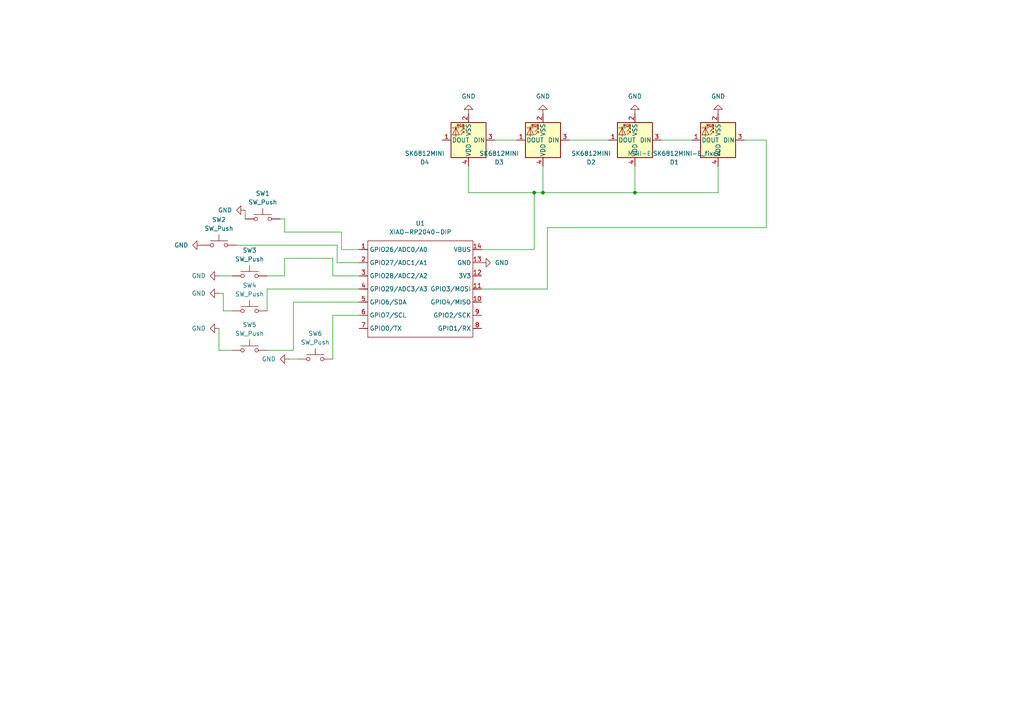
<source format=kicad_sch>
(kicad_sch
	(version 20250114)
	(generator "eeschema")
	(generator_version "9.0")
	(uuid "693a0c64-1e8a-4b62-bb60-9bf6d1f17ea2")
	(paper "A4")
	(lib_symbols
		(symbol "LED:SK6812MINI"
			(pin_names
				(offset 0.254)
			)
			(exclude_from_sim no)
			(in_bom yes)
			(on_board yes)
			(property "Reference" "D"
				(at 5.08 5.715 0)
				(effects
					(font
						(size 1.27 1.27)
					)
					(justify right bottom)
				)
			)
			(property "Value" "SK6812MINI"
				(at 1.27 -5.715 0)
				(effects
					(font
						(size 1.27 1.27)
					)
					(justify left top)
				)
			)
			(property "Footprint" "LED_SMD:LED_SK6812MINI_PLCC4_3.5x3.5mm_P1.75mm"
				(at 1.27 -7.62 0)
				(effects
					(font
						(size 1.27 1.27)
					)
					(justify left top)
					(hide yes)
				)
			)
			(property "Datasheet" "https://cdn-shop.adafruit.com/product-files/2686/SK6812MINI_REV.01-1-2.pdf"
				(at 2.54 -9.525 0)
				(effects
					(font
						(size 1.27 1.27)
					)
					(justify left top)
					(hide yes)
				)
			)
			(property "Description" "RGB LED with integrated controller"
				(at 0 0 0)
				(effects
					(font
						(size 1.27 1.27)
					)
					(hide yes)
				)
			)
			(property "ki_keywords" "RGB LED NeoPixel Mini addressable"
				(at 0 0 0)
				(effects
					(font
						(size 1.27 1.27)
					)
					(hide yes)
				)
			)
			(property "ki_fp_filters" "LED*SK6812MINI*PLCC*3.5x3.5mm*P1.75mm*"
				(at 0 0 0)
				(effects
					(font
						(size 1.27 1.27)
					)
					(hide yes)
				)
			)
			(symbol "SK6812MINI_0_0"
				(text "RGB"
					(at 2.286 -4.191 0)
					(effects
						(font
							(size 0.762 0.762)
						)
					)
				)
			)
			(symbol "SK6812MINI_0_1"
				(polyline
					(pts
						(xy 1.27 -2.54) (xy 1.778 -2.54)
					)
					(stroke
						(width 0)
						(type default)
					)
					(fill
						(type none)
					)
				)
				(polyline
					(pts
						(xy 1.27 -3.556) (xy 1.778 -3.556)
					)
					(stroke
						(width 0)
						(type default)
					)
					(fill
						(type none)
					)
				)
				(polyline
					(pts
						(xy 2.286 -1.524) (xy 1.27 -2.54) (xy 1.27 -2.032)
					)
					(stroke
						(width 0)
						(type default)
					)
					(fill
						(type none)
					)
				)
				(polyline
					(pts
						(xy 2.286 -2.54) (xy 1.27 -3.556) (xy 1.27 -3.048)
					)
					(stroke
						(width 0)
						(type default)
					)
					(fill
						(type none)
					)
				)
				(polyline
					(pts
						(xy 3.683 -1.016) (xy 3.683 -3.556) (xy 3.683 -4.064)
					)
					(stroke
						(width 0)
						(type default)
					)
					(fill
						(type none)
					)
				)
				(polyline
					(pts
						(xy 4.699 -1.524) (xy 2.667 -1.524) (xy 3.683 -3.556) (xy 4.699 -1.524)
					)
					(stroke
						(width 0)
						(type default)
					)
					(fill
						(type none)
					)
				)
				(polyline
					(pts
						(xy 4.699 -3.556) (xy 2.667 -3.556)
					)
					(stroke
						(width 0)
						(type default)
					)
					(fill
						(type none)
					)
				)
				(rectangle
					(start 5.08 5.08)
					(end -5.08 -5.08)
					(stroke
						(width 0.254)
						(type default)
					)
					(fill
						(type background)
					)
				)
			)
			(symbol "SK6812MINI_1_1"
				(pin input line
					(at -7.62 0 0)
					(length 2.54)
					(name "DIN"
						(effects
							(font
								(size 1.27 1.27)
							)
						)
					)
					(number "3"
						(effects
							(font
								(size 1.27 1.27)
							)
						)
					)
				)
				(pin power_in line
					(at 0 7.62 270)
					(length 2.54)
					(name "VDD"
						(effects
							(font
								(size 1.27 1.27)
							)
						)
					)
					(number "4"
						(effects
							(font
								(size 1.27 1.27)
							)
						)
					)
				)
				(pin power_in line
					(at 0 -7.62 90)
					(length 2.54)
					(name "VSS"
						(effects
							(font
								(size 1.27 1.27)
							)
						)
					)
					(number "2"
						(effects
							(font
								(size 1.27 1.27)
							)
						)
					)
				)
				(pin output line
					(at 7.62 0 180)
					(length 2.54)
					(name "DOUT"
						(effects
							(font
								(size 1.27 1.27)
							)
						)
					)
					(number "1"
						(effects
							(font
								(size 1.27 1.27)
							)
						)
					)
				)
			)
			(embedded_fonts no)
		)
		(symbol "Seeed_Studio_XIAO_Series:XIAO-RP2040-DIP"
			(exclude_from_sim no)
			(in_bom yes)
			(on_board yes)
			(property "Reference" "U"
				(at 0 0 0)
				(effects
					(font
						(size 1.27 1.27)
					)
				)
			)
			(property "Value" "XIAO-RP2040-DIP"
				(at 5.334 -1.778 0)
				(effects
					(font
						(size 1.27 1.27)
					)
				)
			)
			(property "Footprint" "Module:MOUDLE14P-XIAO-DIP-SMD"
				(at 14.478 -32.258 0)
				(effects
					(font
						(size 1.27 1.27)
					)
					(hide yes)
				)
			)
			(property "Datasheet" ""
				(at 0 0 0)
				(effects
					(font
						(size 1.27 1.27)
					)
					(hide yes)
				)
			)
			(property "Description" ""
				(at 0 0 0)
				(effects
					(font
						(size 1.27 1.27)
					)
					(hide yes)
				)
			)
			(symbol "XIAO-RP2040-DIP_1_0"
				(polyline
					(pts
						(xy -1.27 -2.54) (xy 29.21 -2.54)
					)
					(stroke
						(width 0.1524)
						(type solid)
					)
					(fill
						(type none)
					)
				)
				(polyline
					(pts
						(xy -1.27 -5.08) (xy -2.54 -5.08)
					)
					(stroke
						(width 0.1524)
						(type solid)
					)
					(fill
						(type none)
					)
				)
				(polyline
					(pts
						(xy -1.27 -5.08) (xy -1.27 -2.54)
					)
					(stroke
						(width 0.1524)
						(type solid)
					)
					(fill
						(type none)
					)
				)
				(polyline
					(pts
						(xy -1.27 -8.89) (xy -2.54 -8.89)
					)
					(stroke
						(width 0.1524)
						(type solid)
					)
					(fill
						(type none)
					)
				)
				(polyline
					(pts
						(xy -1.27 -8.89) (xy -1.27 -5.08)
					)
					(stroke
						(width 0.1524)
						(type solid)
					)
					(fill
						(type none)
					)
				)
				(polyline
					(pts
						(xy -1.27 -12.7) (xy -2.54 -12.7)
					)
					(stroke
						(width 0.1524)
						(type solid)
					)
					(fill
						(type none)
					)
				)
				(polyline
					(pts
						(xy -1.27 -12.7) (xy -1.27 -8.89)
					)
					(stroke
						(width 0.1524)
						(type solid)
					)
					(fill
						(type none)
					)
				)
				(polyline
					(pts
						(xy -1.27 -16.51) (xy -2.54 -16.51)
					)
					(stroke
						(width 0.1524)
						(type solid)
					)
					(fill
						(type none)
					)
				)
				(polyline
					(pts
						(xy -1.27 -16.51) (xy -1.27 -12.7)
					)
					(stroke
						(width 0.1524)
						(type solid)
					)
					(fill
						(type none)
					)
				)
				(polyline
					(pts
						(xy -1.27 -20.32) (xy -2.54 -20.32)
					)
					(stroke
						(width 0.1524)
						(type solid)
					)
					(fill
						(type none)
					)
				)
				(polyline
					(pts
						(xy -1.27 -24.13) (xy -2.54 -24.13)
					)
					(stroke
						(width 0.1524)
						(type solid)
					)
					(fill
						(type none)
					)
				)
				(polyline
					(pts
						(xy -1.27 -27.94) (xy -2.54 -27.94)
					)
					(stroke
						(width 0.1524)
						(type solid)
					)
					(fill
						(type none)
					)
				)
				(polyline
					(pts
						(xy -1.27 -30.48) (xy -1.27 -16.51)
					)
					(stroke
						(width 0.1524)
						(type solid)
					)
					(fill
						(type none)
					)
				)
				(polyline
					(pts
						(xy 29.21 -2.54) (xy 29.21 -5.08)
					)
					(stroke
						(width 0.1524)
						(type solid)
					)
					(fill
						(type none)
					)
				)
				(polyline
					(pts
						(xy 29.21 -5.08) (xy 29.21 -8.89)
					)
					(stroke
						(width 0.1524)
						(type solid)
					)
					(fill
						(type none)
					)
				)
				(polyline
					(pts
						(xy 29.21 -8.89) (xy 29.21 -12.7)
					)
					(stroke
						(width 0.1524)
						(type solid)
					)
					(fill
						(type none)
					)
				)
				(polyline
					(pts
						(xy 29.21 -12.7) (xy 29.21 -30.48)
					)
					(stroke
						(width 0.1524)
						(type solid)
					)
					(fill
						(type none)
					)
				)
				(polyline
					(pts
						(xy 29.21 -30.48) (xy -1.27 -30.48)
					)
					(stroke
						(width 0.1524)
						(type solid)
					)
					(fill
						(type none)
					)
				)
				(polyline
					(pts
						(xy 30.48 -5.08) (xy 29.21 -5.08)
					)
					(stroke
						(width 0.1524)
						(type solid)
					)
					(fill
						(type none)
					)
				)
				(polyline
					(pts
						(xy 30.48 -8.89) (xy 29.21 -8.89)
					)
					(stroke
						(width 0.1524)
						(type solid)
					)
					(fill
						(type none)
					)
				)
				(polyline
					(pts
						(xy 30.48 -12.7) (xy 29.21 -12.7)
					)
					(stroke
						(width 0.1524)
						(type solid)
					)
					(fill
						(type none)
					)
				)
				(polyline
					(pts
						(xy 30.48 -16.51) (xy 29.21 -16.51)
					)
					(stroke
						(width 0.1524)
						(type solid)
					)
					(fill
						(type none)
					)
				)
				(polyline
					(pts
						(xy 30.48 -20.32) (xy 29.21 -20.32)
					)
					(stroke
						(width 0.1524)
						(type solid)
					)
					(fill
						(type none)
					)
				)
				(polyline
					(pts
						(xy 30.48 -24.13) (xy 29.21 -24.13)
					)
					(stroke
						(width 0.1524)
						(type solid)
					)
					(fill
						(type none)
					)
				)
				(polyline
					(pts
						(xy 30.48 -27.94) (xy 29.21 -27.94)
					)
					(stroke
						(width 0.1524)
						(type solid)
					)
					(fill
						(type none)
					)
				)
				(pin passive line
					(at -3.81 -5.08 0)
					(length 2.54)
					(name "GPIO26/ADC0/A0"
						(effects
							(font
								(size 1.27 1.27)
							)
						)
					)
					(number "1"
						(effects
							(font
								(size 1.27 1.27)
							)
						)
					)
				)
				(pin passive line
					(at -3.81 -8.89 0)
					(length 2.54)
					(name "GPIO27/ADC1/A1"
						(effects
							(font
								(size 1.27 1.27)
							)
						)
					)
					(number "2"
						(effects
							(font
								(size 1.27 1.27)
							)
						)
					)
				)
				(pin passive line
					(at -3.81 -12.7 0)
					(length 2.54)
					(name "GPIO28/ADC2/A2"
						(effects
							(font
								(size 1.27 1.27)
							)
						)
					)
					(number "3"
						(effects
							(font
								(size 1.27 1.27)
							)
						)
					)
				)
				(pin passive line
					(at -3.81 -16.51 0)
					(length 2.54)
					(name "GPIO29/ADC3/A3"
						(effects
							(font
								(size 1.27 1.27)
							)
						)
					)
					(number "4"
						(effects
							(font
								(size 1.27 1.27)
							)
						)
					)
				)
				(pin passive line
					(at -3.81 -20.32 0)
					(length 2.54)
					(name "GPIO6/SDA"
						(effects
							(font
								(size 1.27 1.27)
							)
						)
					)
					(number "5"
						(effects
							(font
								(size 1.27 1.27)
							)
						)
					)
				)
				(pin passive line
					(at -3.81 -24.13 0)
					(length 2.54)
					(name "GPIO7/SCL"
						(effects
							(font
								(size 1.27 1.27)
							)
						)
					)
					(number "6"
						(effects
							(font
								(size 1.27 1.27)
							)
						)
					)
				)
				(pin passive line
					(at -3.81 -27.94 0)
					(length 2.54)
					(name "GPIO0/TX"
						(effects
							(font
								(size 1.27 1.27)
							)
						)
					)
					(number "7"
						(effects
							(font
								(size 1.27 1.27)
							)
						)
					)
				)
				(pin passive line
					(at 31.75 -5.08 180)
					(length 2.54)
					(name "VBUS"
						(effects
							(font
								(size 1.27 1.27)
							)
						)
					)
					(number "14"
						(effects
							(font
								(size 1.27 1.27)
							)
						)
					)
				)
				(pin passive line
					(at 31.75 -8.89 180)
					(length 2.54)
					(name "GND"
						(effects
							(font
								(size 1.27 1.27)
							)
						)
					)
					(number "13"
						(effects
							(font
								(size 1.27 1.27)
							)
						)
					)
				)
				(pin passive line
					(at 31.75 -12.7 180)
					(length 2.54)
					(name "3V3"
						(effects
							(font
								(size 1.27 1.27)
							)
						)
					)
					(number "12"
						(effects
							(font
								(size 1.27 1.27)
							)
						)
					)
				)
				(pin passive line
					(at 31.75 -16.51 180)
					(length 2.54)
					(name "GPIO3/MOSI"
						(effects
							(font
								(size 1.27 1.27)
							)
						)
					)
					(number "11"
						(effects
							(font
								(size 1.27 1.27)
							)
						)
					)
				)
				(pin passive line
					(at 31.75 -20.32 180)
					(length 2.54)
					(name "GPIO4/MISO"
						(effects
							(font
								(size 1.27 1.27)
							)
						)
					)
					(number "10"
						(effects
							(font
								(size 1.27 1.27)
							)
						)
					)
				)
				(pin passive line
					(at 31.75 -24.13 180)
					(length 2.54)
					(name "GPIO2/SCK"
						(effects
							(font
								(size 1.27 1.27)
							)
						)
					)
					(number "9"
						(effects
							(font
								(size 1.27 1.27)
							)
						)
					)
				)
				(pin passive line
					(at 31.75 -27.94 180)
					(length 2.54)
					(name "GPIO1/RX"
						(effects
							(font
								(size 1.27 1.27)
							)
						)
					)
					(number "8"
						(effects
							(font
								(size 1.27 1.27)
							)
						)
					)
				)
			)
			(embedded_fonts no)
		)
		(symbol "Switch:SW_Push"
			(pin_numbers
				(hide yes)
			)
			(pin_names
				(offset 1.016)
				(hide yes)
			)
			(exclude_from_sim no)
			(in_bom yes)
			(on_board yes)
			(property "Reference" "SW"
				(at 1.27 2.54 0)
				(effects
					(font
						(size 1.27 1.27)
					)
					(justify left)
				)
			)
			(property "Value" "SW_Push"
				(at 0 -1.524 0)
				(effects
					(font
						(size 1.27 1.27)
					)
				)
			)
			(property "Footprint" ""
				(at 0 5.08 0)
				(effects
					(font
						(size 1.27 1.27)
					)
					(hide yes)
				)
			)
			(property "Datasheet" "~"
				(at 0 5.08 0)
				(effects
					(font
						(size 1.27 1.27)
					)
					(hide yes)
				)
			)
			(property "Description" "Push button switch, generic, two pins"
				(at 0 0 0)
				(effects
					(font
						(size 1.27 1.27)
					)
					(hide yes)
				)
			)
			(property "ki_keywords" "switch normally-open pushbutton push-button"
				(at 0 0 0)
				(effects
					(font
						(size 1.27 1.27)
					)
					(hide yes)
				)
			)
			(symbol "SW_Push_0_1"
				(circle
					(center -2.032 0)
					(radius 0.508)
					(stroke
						(width 0)
						(type default)
					)
					(fill
						(type none)
					)
				)
				(polyline
					(pts
						(xy 0 1.27) (xy 0 3.048)
					)
					(stroke
						(width 0)
						(type default)
					)
					(fill
						(type none)
					)
				)
				(circle
					(center 2.032 0)
					(radius 0.508)
					(stroke
						(width 0)
						(type default)
					)
					(fill
						(type none)
					)
				)
				(polyline
					(pts
						(xy 2.54 1.27) (xy -2.54 1.27)
					)
					(stroke
						(width 0)
						(type default)
					)
					(fill
						(type none)
					)
				)
				(pin passive line
					(at -5.08 0 0)
					(length 2.54)
					(name "1"
						(effects
							(font
								(size 1.27 1.27)
							)
						)
					)
					(number "1"
						(effects
							(font
								(size 1.27 1.27)
							)
						)
					)
				)
				(pin passive line
					(at 5.08 0 180)
					(length 2.54)
					(name "2"
						(effects
							(font
								(size 1.27 1.27)
							)
						)
					)
					(number "2"
						(effects
							(font
								(size 1.27 1.27)
							)
						)
					)
				)
			)
			(embedded_fonts no)
		)
		(symbol "power:GND"
			(power)
			(pin_numbers
				(hide yes)
			)
			(pin_names
				(offset 0)
				(hide yes)
			)
			(exclude_from_sim no)
			(in_bom yes)
			(on_board yes)
			(property "Reference" "#PWR"
				(at 0 -6.35 0)
				(effects
					(font
						(size 1.27 1.27)
					)
					(hide yes)
				)
			)
			(property "Value" "GND"
				(at 0 -3.81 0)
				(effects
					(font
						(size 1.27 1.27)
					)
				)
			)
			(property "Footprint" ""
				(at 0 0 0)
				(effects
					(font
						(size 1.27 1.27)
					)
					(hide yes)
				)
			)
			(property "Datasheet" ""
				(at 0 0 0)
				(effects
					(font
						(size 1.27 1.27)
					)
					(hide yes)
				)
			)
			(property "Description" "Power symbol creates a global label with name \"GND\" , ground"
				(at 0 0 0)
				(effects
					(font
						(size 1.27 1.27)
					)
					(hide yes)
				)
			)
			(property "ki_keywords" "global power"
				(at 0 0 0)
				(effects
					(font
						(size 1.27 1.27)
					)
					(hide yes)
				)
			)
			(symbol "GND_0_1"
				(polyline
					(pts
						(xy 0 0) (xy 0 -1.27) (xy 1.27 -1.27) (xy 0 -2.54) (xy -1.27 -1.27) (xy 0 -1.27)
					)
					(stroke
						(width 0)
						(type default)
					)
					(fill
						(type none)
					)
				)
			)
			(symbol "GND_1_1"
				(pin power_in line
					(at 0 0 270)
					(length 0)
					(name "~"
						(effects
							(font
								(size 1.27 1.27)
							)
						)
					)
					(number "1"
						(effects
							(font
								(size 1.27 1.27)
							)
						)
					)
				)
			)
			(embedded_fonts no)
		)
	)
	(junction
		(at 184.15 55.88)
		(diameter 0)
		(color 0 0 0 0)
		(uuid "7dae0b7f-8111-4a03-9982-723d48223674")
	)
	(junction
		(at 157.48 55.88)
		(diameter 0)
		(color 0 0 0 0)
		(uuid "8a78b86a-7213-42f0-95bb-80d202be82f8")
	)
	(junction
		(at 154.94 55.88)
		(diameter 0)
		(color 0 0 0 0)
		(uuid "9d6f0b7c-1b56-46ff-80a9-20fdc23a5c73")
	)
	(wire
		(pts
			(xy 154.94 55.88) (xy 135.89 55.88)
		)
		(stroke
			(width 0)
			(type default)
		)
		(uuid "0057f338-17e9-40bc-9f07-14a82e9098bd")
	)
	(wire
		(pts
			(xy 99.06 67.31) (xy 99.06 72.39)
		)
		(stroke
			(width 0)
			(type default)
		)
		(uuid "0982e521-093d-4799-88d9-26e15fc81a9d")
	)
	(wire
		(pts
			(xy 83.82 104.14) (xy 86.36 104.14)
		)
		(stroke
			(width 0)
			(type default)
		)
		(uuid "13b6834b-f902-473a-a21c-bb51f29084e7")
	)
	(wire
		(pts
			(xy 67.31 101.6) (xy 63.5 101.6)
		)
		(stroke
			(width 0)
			(type default)
		)
		(uuid "19422305-de6f-42ff-81c6-a30f38f1fe9a")
	)
	(wire
		(pts
			(xy 77.47 83.82) (xy 77.47 90.17)
		)
		(stroke
			(width 0)
			(type default)
		)
		(uuid "1a5e3d02-3d5e-4900-9a71-c09ae05abfe2")
	)
	(wire
		(pts
			(xy 67.31 80.01) (xy 63.5 80.01)
		)
		(stroke
			(width 0)
			(type default)
		)
		(uuid "1a8fc597-9f4f-4ed1-acab-77c430999806")
	)
	(wire
		(pts
			(xy 77.47 83.82) (xy 104.14 83.82)
		)
		(stroke
			(width 0)
			(type default)
		)
		(uuid "200036c4-658c-4401-947f-e8fd32e74636")
	)
	(wire
		(pts
			(xy 154.94 72.39) (xy 154.94 55.88)
		)
		(stroke
			(width 0)
			(type default)
		)
		(uuid "33a9f476-cada-4f18-9235-842f9c19e628")
	)
	(wire
		(pts
			(xy 157.48 55.88) (xy 157.48 48.26)
		)
		(stroke
			(width 0)
			(type default)
		)
		(uuid "36bf7b42-a492-4e12-885b-ea47f997cc75")
	)
	(wire
		(pts
			(xy 82.55 63.5) (xy 82.55 67.31)
		)
		(stroke
			(width 0)
			(type default)
		)
		(uuid "449d1db9-92da-4f30-b370-62c40032f9e6")
	)
	(wire
		(pts
			(xy 158.75 83.82) (xy 158.75 66.04)
		)
		(stroke
			(width 0)
			(type default)
		)
		(uuid "4c5b1b62-3843-421d-95b0-da58444b94f9")
	)
	(wire
		(pts
			(xy 96.52 74.93) (xy 96.52 80.01)
		)
		(stroke
			(width 0)
			(type default)
		)
		(uuid "4d06e146-9b5c-4ad6-88af-2d0ae331f73b")
	)
	(wire
		(pts
			(xy 68.58 71.12) (xy 97.79 71.12)
		)
		(stroke
			(width 0)
			(type default)
		)
		(uuid "5140e87e-ee5d-46e8-9786-2737fee249cf")
	)
	(wire
		(pts
			(xy 184.15 55.88) (xy 157.48 55.88)
		)
		(stroke
			(width 0)
			(type default)
		)
		(uuid "5de3b4c1-65e9-4799-8bd1-3a40a1f0130c")
	)
	(wire
		(pts
			(xy 222.25 66.04) (xy 222.25 40.64)
		)
		(stroke
			(width 0)
			(type default)
		)
		(uuid "603bcc61-fac3-4c32-8577-3332b4f0cb3a")
	)
	(wire
		(pts
			(xy 191.77 40.64) (xy 200.66 40.64)
		)
		(stroke
			(width 0)
			(type default)
		)
		(uuid "67309b5f-891f-4b7f-aad1-dd42890857f2")
	)
	(wire
		(pts
			(xy 97.79 76.2) (xy 104.14 76.2)
		)
		(stroke
			(width 0)
			(type default)
		)
		(uuid "67ca0c29-6810-46b0-86c5-8ecae44355a2")
	)
	(wire
		(pts
			(xy 99.06 72.39) (xy 104.14 72.39)
		)
		(stroke
			(width 0)
			(type default)
		)
		(uuid "67d342ce-a15b-47ee-a661-521cca1884c5")
	)
	(wire
		(pts
			(xy 184.15 48.26) (xy 184.15 55.88)
		)
		(stroke
			(width 0)
			(type default)
		)
		(uuid "75e31985-136b-4f9b-98e2-480b18808331")
	)
	(wire
		(pts
			(xy 104.14 91.44) (xy 96.52 91.44)
		)
		(stroke
			(width 0)
			(type default)
		)
		(uuid "7d286178-cb14-4d03-a91f-292ae760ca08")
	)
	(wire
		(pts
			(xy 97.79 71.12) (xy 97.79 76.2)
		)
		(stroke
			(width 0)
			(type default)
		)
		(uuid "86277318-9d94-4953-a5fc-1859d55ee720")
	)
	(wire
		(pts
			(xy 67.31 90.17) (xy 64.77 90.17)
		)
		(stroke
			(width 0)
			(type default)
		)
		(uuid "91df7722-0e54-45ae-9cad-b6930eff58e3")
	)
	(wire
		(pts
			(xy 82.55 74.93) (xy 96.52 74.93)
		)
		(stroke
			(width 0)
			(type default)
		)
		(uuid "94a70df6-d51c-4c0b-b22d-07c72b1c4789")
	)
	(wire
		(pts
			(xy 135.89 55.88) (xy 135.89 48.26)
		)
		(stroke
			(width 0)
			(type default)
		)
		(uuid "9b6e4f34-8250-4853-bcef-33582e6ce65c")
	)
	(wire
		(pts
			(xy 64.77 85.09) (xy 63.5 85.09)
		)
		(stroke
			(width 0)
			(type default)
		)
		(uuid "9d81bd77-0c7f-4fb1-baec-3e454ac415b9")
	)
	(wire
		(pts
			(xy 96.52 80.01) (xy 104.14 80.01)
		)
		(stroke
			(width 0)
			(type default)
		)
		(uuid "a345ece0-12c2-4635-a7dd-ab81d95da106")
	)
	(wire
		(pts
			(xy 71.12 60.96) (xy 71.12 63.5)
		)
		(stroke
			(width 0)
			(type default)
		)
		(uuid "aada157c-206d-4332-bc5f-c14b1e62ac75")
	)
	(wire
		(pts
			(xy 165.1 40.64) (xy 176.53 40.64)
		)
		(stroke
			(width 0)
			(type default)
		)
		(uuid "ae888332-9068-45d4-9012-e98762ed0ad2")
	)
	(wire
		(pts
			(xy 82.55 67.31) (xy 99.06 67.31)
		)
		(stroke
			(width 0)
			(type default)
		)
		(uuid "b15c62e2-057f-4110-9c65-9ab5dea4471e")
	)
	(wire
		(pts
			(xy 143.51 40.64) (xy 149.86 40.64)
		)
		(stroke
			(width 0)
			(type default)
		)
		(uuid "b21abbb0-77e8-4063-9fc3-ebed4d73368a")
	)
	(wire
		(pts
			(xy 85.09 87.63) (xy 104.14 87.63)
		)
		(stroke
			(width 0)
			(type default)
		)
		(uuid "b2cddcc0-eef3-4e29-9f48-5776fb23bbd4")
	)
	(wire
		(pts
			(xy 139.7 83.82) (xy 158.75 83.82)
		)
		(stroke
			(width 0)
			(type default)
		)
		(uuid "b302fac5-cc5e-4272-80bd-00987df4f34b")
	)
	(wire
		(pts
			(xy 208.28 55.88) (xy 184.15 55.88)
		)
		(stroke
			(width 0)
			(type default)
		)
		(uuid "b460dc8f-b847-439f-9a69-63d771d7ebc4")
	)
	(wire
		(pts
			(xy 208.28 48.26) (xy 208.28 55.88)
		)
		(stroke
			(width 0)
			(type default)
		)
		(uuid "c391c3ee-f78e-4bfc-9fac-f8f87cdebc27")
	)
	(wire
		(pts
			(xy 139.7 72.39) (xy 154.94 72.39)
		)
		(stroke
			(width 0)
			(type default)
		)
		(uuid "cb59dc77-76c4-48f4-9dbc-dc77f40c1ccc")
	)
	(wire
		(pts
			(xy 158.75 66.04) (xy 222.25 66.04)
		)
		(stroke
			(width 0)
			(type default)
		)
		(uuid "cb82c258-a7ad-4f67-90ea-729382f62afd")
	)
	(wire
		(pts
			(xy 85.09 87.63) (xy 85.09 101.6)
		)
		(stroke
			(width 0)
			(type default)
		)
		(uuid "cd3d3cd6-4dbc-4807-bf7e-739c20fe3148")
	)
	(wire
		(pts
			(xy 64.77 85.09) (xy 64.77 90.17)
		)
		(stroke
			(width 0)
			(type default)
		)
		(uuid "cda3fb44-78e5-409e-a18e-2c6bf1338972")
	)
	(wire
		(pts
			(xy 82.55 80.01) (xy 82.55 74.93)
		)
		(stroke
			(width 0)
			(type default)
		)
		(uuid "d03c49b7-7c03-4365-bc56-e05a353f6106")
	)
	(wire
		(pts
			(xy 85.09 101.6) (xy 77.47 101.6)
		)
		(stroke
			(width 0)
			(type default)
		)
		(uuid "d1138723-d335-4675-b6c4-5682f9a62983")
	)
	(wire
		(pts
			(xy 81.28 63.5) (xy 82.55 63.5)
		)
		(stroke
			(width 0)
			(type default)
		)
		(uuid "d6d12305-9584-4849-80cb-1b93ef7dafb2")
	)
	(wire
		(pts
			(xy 222.25 40.64) (xy 215.9 40.64)
		)
		(stroke
			(width 0)
			(type default)
		)
		(uuid "d7f3cfc9-ab08-4aff-a81f-075b343b48f3")
	)
	(wire
		(pts
			(xy 154.94 55.88) (xy 157.48 55.88)
		)
		(stroke
			(width 0)
			(type default)
		)
		(uuid "ebae3c4b-0748-4e3b-8015-2fdcb12e6a88")
	)
	(wire
		(pts
			(xy 77.47 80.01) (xy 82.55 80.01)
		)
		(stroke
			(width 0)
			(type default)
		)
		(uuid "ee6f1763-bc42-48fd-9beb-d88787039153")
	)
	(wire
		(pts
			(xy 96.52 91.44) (xy 96.52 104.14)
		)
		(stroke
			(width 0)
			(type default)
		)
		(uuid "fca06368-5d4c-4a44-bcd2-43bc6a872fe4")
	)
	(wire
		(pts
			(xy 63.5 101.6) (xy 63.5 95.25)
		)
		(stroke
			(width 0)
			(type default)
		)
		(uuid "fea50715-7a41-4c8e-9026-54ff7a82e28b")
	)
	(symbol
		(lib_id "LED:SK6812MINI")
		(at 208.28 40.64 180)
		(unit 1)
		(exclude_from_sim no)
		(in_bom yes)
		(on_board yes)
		(dnp no)
		(fields_autoplaced yes)
		(uuid "0a217a7c-e77a-4d4b-a0f1-18f9ca702804")
		(property "Reference" "D1"
			(at 195.58 47.0602 0)
			(effects
				(font
					(size 1.27 1.27)
				)
			)
		)
		(property "Value" "MINI-E:SK6812MINI-E_fixed"
			(at 195.58 44.5202 0)
			(effects
				(font
					(size 1.27 1.27)
				)
			)
		)
		(property "Footprint" "MINI-E:SK6812MINI-E_fixed"
			(at 207.01 33.02 0)
			(effects
				(font
					(size 1.27 1.27)
				)
				(justify left top)
				(hide yes)
			)
		)
		(property "Datasheet" "https://cdn-shop.adafruit.com/product-files/2686/SK6812MINI_REV.01-1-2.pdf"
			(at 205.74 31.115 0)
			(effects
				(font
					(size 1.27 1.27)
				)
				(justify left top)
				(hide yes)
			)
		)
		(property "Description" "RGB LED with integrated controller"
			(at 208.28 40.64 0)
			(effects
				(font
					(size 1.27 1.27)
				)
				(hide yes)
			)
		)
		(pin "3"
			(uuid "a68e8a7a-9dcd-4f9c-a11f-5a053cd3c335")
		)
		(pin "4"
			(uuid "d5f0653b-8ba3-4c36-b223-a1f7930410b2")
		)
		(pin "2"
			(uuid "318233d4-ffd1-4586-851a-5d7cec83e1be")
		)
		(pin "1"
			(uuid "a0b3b013-5f47-4196-a2e9-4db8604be659")
		)
		(instances
			(project ""
				(path "/693a0c64-1e8a-4b62-bb60-9bf6d1f17ea2"
					(reference "D1")
					(unit 1)
				)
			)
		)
	)
	(symbol
		(lib_id "power:GND")
		(at 135.89 33.02 180)
		(unit 1)
		(exclude_from_sim no)
		(in_bom yes)
		(on_board yes)
		(dnp no)
		(fields_autoplaced yes)
		(uuid "1a404007-7743-406f-b2f3-0ebfaa987ba9")
		(property "Reference" "#PWR07"
			(at 135.89 26.67 0)
			(effects
				(font
					(size 1.27 1.27)
				)
				(hide yes)
			)
		)
		(property "Value" "GND"
			(at 135.89 27.94 0)
			(effects
				(font
					(size 1.27 1.27)
				)
			)
		)
		(property "Footprint" ""
			(at 135.89 33.02 0)
			(effects
				(font
					(size 1.27 1.27)
				)
				(hide yes)
			)
		)
		(property "Datasheet" ""
			(at 135.89 33.02 0)
			(effects
				(font
					(size 1.27 1.27)
				)
				(hide yes)
			)
		)
		(property "Description" "Power symbol creates a global label with name \"GND\" , ground"
			(at 135.89 33.02 0)
			(effects
				(font
					(size 1.27 1.27)
				)
				(hide yes)
			)
		)
		(pin "1"
			(uuid "5c1290cf-c6bf-414a-a012-bfb554ea9d17")
		)
		(instances
			(project "MacroPad"
				(path "/693a0c64-1e8a-4b62-bb60-9bf6d1f17ea2"
					(reference "#PWR07")
					(unit 1)
				)
			)
		)
	)
	(symbol
		(lib_id "power:GND")
		(at 184.15 33.02 180)
		(unit 1)
		(exclude_from_sim no)
		(in_bom yes)
		(on_board yes)
		(dnp no)
		(fields_autoplaced yes)
		(uuid "412cffbf-608a-4ce9-818b-37e4edecd61e")
		(property "Reference" "#PWR09"
			(at 184.15 26.67 0)
			(effects
				(font
					(size 1.27 1.27)
				)
				(hide yes)
			)
		)
		(property "Value" "GND"
			(at 184.15 27.94 0)
			(effects
				(font
					(size 1.27 1.27)
				)
			)
		)
		(property "Footprint" ""
			(at 184.15 33.02 0)
			(effects
				(font
					(size 1.27 1.27)
				)
				(hide yes)
			)
		)
		(property "Datasheet" ""
			(at 184.15 33.02 0)
			(effects
				(font
					(size 1.27 1.27)
				)
				(hide yes)
			)
		)
		(property "Description" "Power symbol creates a global label with name \"GND\" , ground"
			(at 184.15 33.02 0)
			(effects
				(font
					(size 1.27 1.27)
				)
				(hide yes)
			)
		)
		(pin "1"
			(uuid "74ffd2b2-3b0a-43ee-8105-5e6fff43be29")
		)
		(instances
			(project "MacroPad"
				(path "/693a0c64-1e8a-4b62-bb60-9bf6d1f17ea2"
					(reference "#PWR09")
					(unit 1)
				)
			)
		)
	)
	(symbol
		(lib_id "LED:SK6812MINI")
		(at 157.48 40.64 180)
		(unit 1)
		(exclude_from_sim no)
		(in_bom yes)
		(on_board yes)
		(dnp no)
		(fields_autoplaced yes)
		(uuid "5730ee10-e55c-4bc1-a32c-65176919db24")
		(property "Reference" "D3"
			(at 144.78 47.0602 0)
			(effects
				(font
					(size 1.27 1.27)
				)
			)
		)
		(property "Value" "SK6812MINI"
			(at 144.78 44.5202 0)
			(effects
				(font
					(size 1.27 1.27)
				)
			)
		)
		(property "Footprint" "MINI-E:SK6812MINI-E_fixed"
			(at 156.21 33.02 0)
			(effects
				(font
					(size 1.27 1.27)
				)
				(justify left top)
				(hide yes)
			)
		)
		(property "Datasheet" "https://cdn-shop.adafruit.com/product-files/2686/SK6812MINI_REV.01-1-2.pdf"
			(at 154.94 31.115 0)
			(effects
				(font
					(size 1.27 1.27)
				)
				(justify left top)
				(hide yes)
			)
		)
		(property "Description" "RGB LED with integrated controller"
			(at 157.48 40.64 0)
			(effects
				(font
					(size 1.27 1.27)
				)
				(hide yes)
			)
		)
		(pin "3"
			(uuid "95b69177-ec00-4efd-8c8d-e46683164dad")
		)
		(pin "4"
			(uuid "cea4ac0e-ed56-4594-b23e-899a0d87bff3")
		)
		(pin "2"
			(uuid "79912db1-7b9a-4fa4-98bb-5c982147ccf1")
		)
		(pin "1"
			(uuid "872c51ac-3580-46a0-bf8f-9c8ddbd2bf22")
		)
		(instances
			(project "MacroPad"
				(path "/693a0c64-1e8a-4b62-bb60-9bf6d1f17ea2"
					(reference "D3")
					(unit 1)
				)
			)
		)
	)
	(symbol
		(lib_id "power:GND")
		(at 71.12 60.96 270)
		(unit 1)
		(exclude_from_sim no)
		(in_bom yes)
		(on_board yes)
		(dnp no)
		(fields_autoplaced yes)
		(uuid "5878c418-c9da-4932-b982-5f6c216d4b10")
		(property "Reference" "#PWR01"
			(at 64.77 60.96 0)
			(effects
				(font
					(size 1.27 1.27)
				)
				(hide yes)
			)
		)
		(property "Value" "GND"
			(at 67.31 60.9599 90)
			(effects
				(font
					(size 1.27 1.27)
				)
				(justify right)
			)
		)
		(property "Footprint" ""
			(at 71.12 60.96 0)
			(effects
				(font
					(size 1.27 1.27)
				)
				(hide yes)
			)
		)
		(property "Datasheet" ""
			(at 71.12 60.96 0)
			(effects
				(font
					(size 1.27 1.27)
				)
				(hide yes)
			)
		)
		(property "Description" "Power symbol creates a global label with name \"GND\" , ground"
			(at 71.12 60.96 0)
			(effects
				(font
					(size 1.27 1.27)
				)
				(hide yes)
			)
		)
		(pin "1"
			(uuid "8b028e75-5111-4cc4-9577-f565449c7173")
		)
		(instances
			(project ""
				(path "/693a0c64-1e8a-4b62-bb60-9bf6d1f17ea2"
					(reference "#PWR01")
					(unit 1)
				)
			)
		)
	)
	(symbol
		(lib_id "power:GND")
		(at 208.28 33.02 180)
		(unit 1)
		(exclude_from_sim no)
		(in_bom yes)
		(on_board yes)
		(dnp no)
		(fields_autoplaced yes)
		(uuid "6b8e322a-6fe0-4dc3-8c45-bde07f174c08")
		(property "Reference" "#PWR010"
			(at 208.28 26.67 0)
			(effects
				(font
					(size 1.27 1.27)
				)
				(hide yes)
			)
		)
		(property "Value" "GND"
			(at 208.28 27.94 0)
			(effects
				(font
					(size 1.27 1.27)
				)
			)
		)
		(property "Footprint" ""
			(at 208.28 33.02 0)
			(effects
				(font
					(size 1.27 1.27)
				)
				(hide yes)
			)
		)
		(property "Datasheet" ""
			(at 208.28 33.02 0)
			(effects
				(font
					(size 1.27 1.27)
				)
				(hide yes)
			)
		)
		(property "Description" "Power symbol creates a global label with name \"GND\" , ground"
			(at 208.28 33.02 0)
			(effects
				(font
					(size 1.27 1.27)
				)
				(hide yes)
			)
		)
		(pin "1"
			(uuid "95fa1a73-9ce4-4513-8d3b-5b49ca152b3b")
		)
		(instances
			(project "MacroPad"
				(path "/693a0c64-1e8a-4b62-bb60-9bf6d1f17ea2"
					(reference "#PWR010")
					(unit 1)
				)
			)
		)
	)
	(symbol
		(lib_id "power:GND")
		(at 63.5 80.01 270)
		(unit 1)
		(exclude_from_sim no)
		(in_bom yes)
		(on_board yes)
		(dnp no)
		(fields_autoplaced yes)
		(uuid "7d033e8f-ba74-4915-857a-191efbbfa643")
		(property "Reference" "#PWR03"
			(at 57.15 80.01 0)
			(effects
				(font
					(size 1.27 1.27)
				)
				(hide yes)
			)
		)
		(property "Value" "GND"
			(at 59.69 80.0099 90)
			(effects
				(font
					(size 1.27 1.27)
				)
				(justify right)
			)
		)
		(property "Footprint" ""
			(at 63.5 80.01 0)
			(effects
				(font
					(size 1.27 1.27)
				)
				(hide yes)
			)
		)
		(property "Datasheet" ""
			(at 63.5 80.01 0)
			(effects
				(font
					(size 1.27 1.27)
				)
				(hide yes)
			)
		)
		(property "Description" "Power symbol creates a global label with name \"GND\" , ground"
			(at 63.5 80.01 0)
			(effects
				(font
					(size 1.27 1.27)
				)
				(hide yes)
			)
		)
		(pin "1"
			(uuid "e47a2e2a-bf50-4772-9944-b777fcfe3f51")
		)
		(instances
			(project "MacroPad"
				(path "/693a0c64-1e8a-4b62-bb60-9bf6d1f17ea2"
					(reference "#PWR03")
					(unit 1)
				)
			)
		)
	)
	(symbol
		(lib_id "Seeed_Studio_XIAO_Series:XIAO-RP2040-DIP")
		(at 107.95 67.31 0)
		(unit 1)
		(exclude_from_sim no)
		(in_bom yes)
		(on_board yes)
		(dnp no)
		(fields_autoplaced yes)
		(uuid "89eb24e1-9e4a-4348-91f1-6bec1066612e")
		(property "Reference" "U1"
			(at 121.92 64.77 0)
			(effects
				(font
					(size 1.27 1.27)
				)
			)
		)
		(property "Value" "XIAO-RP2040-DIP"
			(at 121.92 67.31 0)
			(effects
				(font
					(size 1.27 1.27)
				)
			)
		)
		(property "Footprint" "Seeed Studio XIAO Series Library:XIAO-RP2040-DIP"
			(at 122.428 99.568 0)
			(effects
				(font
					(size 1.27 1.27)
				)
				(hide yes)
			)
		)
		(property "Datasheet" ""
			(at 107.95 67.31 0)
			(effects
				(font
					(size 1.27 1.27)
				)
				(hide yes)
			)
		)
		(property "Description" ""
			(at 107.95 67.31 0)
			(effects
				(font
					(size 1.27 1.27)
				)
				(hide yes)
			)
		)
		(pin "6"
			(uuid "ebba8a52-1e32-4fc9-80a3-f4842d5c5fa0")
		)
		(pin "8"
			(uuid "0111e589-e069-46b0-812d-0938fd280dac")
		)
		(pin "5"
			(uuid "bc223219-d934-4427-8870-b7154916ad99")
		)
		(pin "1"
			(uuid "f6e17c39-699a-4344-8cd4-0f7118ee33d0")
		)
		(pin "10"
			(uuid "36ad8e22-4eb2-4f61-9d36-a532a9000fa2")
		)
		(pin "12"
			(uuid "61519a47-db08-4ae0-b1fd-f6a226782de9")
		)
		(pin "4"
			(uuid "2b933871-752a-4eb3-b739-c504a8e4d01d")
		)
		(pin "11"
			(uuid "a11e5173-84a0-4d9e-8680-7a90bf9179af")
		)
		(pin "7"
			(uuid "bada1b6e-9148-47b2-8c29-0d6cd691afb4")
		)
		(pin "3"
			(uuid "e1b140bb-5a5c-4123-91a2-024837b2ab34")
		)
		(pin "14"
			(uuid "7b540746-3e97-48fa-a377-d5d1b3530db5")
		)
		(pin "9"
			(uuid "9af28edc-9491-419d-ad21-31f04a39875e")
		)
		(pin "2"
			(uuid "70170bcf-be72-488b-8b22-50cfa4fa2923")
		)
		(pin "13"
			(uuid "0e046fb5-900a-46f1-bdb1-ee00d843103d")
		)
		(instances
			(project ""
				(path "/693a0c64-1e8a-4b62-bb60-9bf6d1f17ea2"
					(reference "U1")
					(unit 1)
				)
			)
		)
	)
	(symbol
		(lib_id "Switch:SW_Push")
		(at 72.39 90.17 0)
		(unit 1)
		(exclude_from_sim no)
		(in_bom yes)
		(on_board yes)
		(dnp no)
		(fields_autoplaced yes)
		(uuid "a4e67575-448d-437a-88b7-30ca17f1fad3")
		(property "Reference" "SW4"
			(at 72.39 82.7747 0)
			(effects
				(font
					(size 1.27 1.27)
				)
			)
		)
		(property "Value" "SW_Push"
			(at 72.39 85.3147 0)
			(effects
				(font
					(size 1.27 1.27)
				)
			)
		)
		(property "Footprint" "Button_Switch_Keyboard:SW_Cherry_MX_1.00u_PCB"
			(at 72.39 85.09 0)
			(effects
				(font
					(size 1.27 1.27)
				)
				(hide yes)
			)
		)
		(property "Datasheet" "~"
			(at 72.39 85.09 0)
			(effects
				(font
					(size 1.27 1.27)
				)
				(hide yes)
			)
		)
		(property "Description" "Push button switch, generic, two pins"
			(at 72.39 90.17 0)
			(effects
				(font
					(size 1.27 1.27)
				)
				(hide yes)
			)
		)
		(pin "1"
			(uuid "d00ed71d-9b20-4f37-8292-50c55910a046")
		)
		(pin "2"
			(uuid "248af877-9b16-4e19-9e56-c491a221249c")
		)
		(instances
			(project "MacroPad"
				(path "/693a0c64-1e8a-4b62-bb60-9bf6d1f17ea2"
					(reference "SW4")
					(unit 1)
				)
			)
		)
	)
	(symbol
		(lib_id "power:GND")
		(at 58.42 71.12 270)
		(unit 1)
		(exclude_from_sim no)
		(in_bom yes)
		(on_board yes)
		(dnp no)
		(fields_autoplaced yes)
		(uuid "a5ff1498-23b2-44cd-ad7a-bfb12ab99829")
		(property "Reference" "#PWR02"
			(at 52.07 71.12 0)
			(effects
				(font
					(size 1.27 1.27)
				)
				(hide yes)
			)
		)
		(property "Value" "GND"
			(at 54.61 71.1199 90)
			(effects
				(font
					(size 1.27 1.27)
				)
				(justify right)
			)
		)
		(property "Footprint" ""
			(at 58.42 71.12 0)
			(effects
				(font
					(size 1.27 1.27)
				)
				(hide yes)
			)
		)
		(property "Datasheet" ""
			(at 58.42 71.12 0)
			(effects
				(font
					(size 1.27 1.27)
				)
				(hide yes)
			)
		)
		(property "Description" "Power symbol creates a global label with name \"GND\" , ground"
			(at 58.42 71.12 0)
			(effects
				(font
					(size 1.27 1.27)
				)
				(hide yes)
			)
		)
		(pin "1"
			(uuid "bacf1070-e9ca-4113-8576-69c16f348711")
		)
		(instances
			(project "MacroPad"
				(path "/693a0c64-1e8a-4b62-bb60-9bf6d1f17ea2"
					(reference "#PWR02")
					(unit 1)
				)
			)
		)
	)
	(symbol
		(lib_id "power:GND")
		(at 139.7 76.2 90)
		(unit 1)
		(exclude_from_sim no)
		(in_bom yes)
		(on_board yes)
		(dnp no)
		(fields_autoplaced yes)
		(uuid "a9bc6242-e8a6-4ac2-b1f4-0c3b580af920")
		(property "Reference" "#PWR011"
			(at 146.05 76.2 0)
			(effects
				(font
					(size 1.27 1.27)
				)
				(hide yes)
			)
		)
		(property "Value" "GND"
			(at 143.51 76.1999 90)
			(effects
				(font
					(size 1.27 1.27)
				)
				(justify right)
			)
		)
		(property "Footprint" ""
			(at 139.7 76.2 0)
			(effects
				(font
					(size 1.27 1.27)
				)
				(hide yes)
			)
		)
		(property "Datasheet" ""
			(at 139.7 76.2 0)
			(effects
				(font
					(size 1.27 1.27)
				)
				(hide yes)
			)
		)
		(property "Description" "Power symbol creates a global label with name \"GND\" , ground"
			(at 139.7 76.2 0)
			(effects
				(font
					(size 1.27 1.27)
				)
				(hide yes)
			)
		)
		(pin "1"
			(uuid "a29f8912-5ddf-4eb9-8612-23971c50ce2d")
		)
		(instances
			(project "MacroPad"
				(path "/693a0c64-1e8a-4b62-bb60-9bf6d1f17ea2"
					(reference "#PWR011")
					(unit 1)
				)
			)
		)
	)
	(symbol
		(lib_id "LED:SK6812MINI")
		(at 135.89 40.64 180)
		(unit 1)
		(exclude_from_sim no)
		(in_bom yes)
		(on_board yes)
		(dnp no)
		(fields_autoplaced yes)
		(uuid "ba0c000a-3c48-4c34-a955-f1812675a934")
		(property "Reference" "D4"
			(at 123.19 47.0602 0)
			(effects
				(font
					(size 1.27 1.27)
				)
			)
		)
		(property "Value" "SK6812MINI"
			(at 123.19 44.5202 0)
			(effects
				(font
					(size 1.27 1.27)
				)
			)
		)
		(property "Footprint" "MINI-E:SK6812MINI-E_fixed"
			(at 134.62 33.02 0)
			(effects
				(font
					(size 1.27 1.27)
				)
				(justify left top)
				(hide yes)
			)
		)
		(property "Datasheet" "https://cdn-shop.adafruit.com/product-files/2686/SK6812MINI_REV.01-1-2.pdf"
			(at 133.35 31.115 0)
			(effects
				(font
					(size 1.27 1.27)
				)
				(justify left top)
				(hide yes)
			)
		)
		(property "Description" "RGB LED with integrated controller"
			(at 135.89 40.64 0)
			(effects
				(font
					(size 1.27 1.27)
				)
				(hide yes)
			)
		)
		(pin "3"
			(uuid "01515602-bc27-4e75-b0e3-2305ca6f7c3e")
		)
		(pin "4"
			(uuid "5a963d7f-f2aa-4727-a0d2-37c106e132de")
		)
		(pin "2"
			(uuid "a956fe89-4a5a-4f60-aeda-3f5d0cec1289")
		)
		(pin "1"
			(uuid "c4adbf62-4f6a-4eea-9c85-35f87b58192f")
		)
		(instances
			(project "MacroPad"
				(path "/693a0c64-1e8a-4b62-bb60-9bf6d1f17ea2"
					(reference "D4")
					(unit 1)
				)
			)
		)
	)
	(symbol
		(lib_id "Switch:SW_Push")
		(at 76.2 63.5 0)
		(unit 1)
		(exclude_from_sim no)
		(in_bom yes)
		(on_board yes)
		(dnp no)
		(fields_autoplaced yes)
		(uuid "ba72c700-ce49-4046-a932-315766a2125f")
		(property "Reference" "SW1"
			(at 76.2 56.1047 0)
			(effects
				(font
					(size 1.27 1.27)
				)
			)
		)
		(property "Value" "SW_Push"
			(at 76.2 58.6447 0)
			(effects
				(font
					(size 1.27 1.27)
				)
			)
		)
		(property "Footprint" "Button_Switch_Keyboard:SW_Cherry_MX_1.00u_PCB"
			(at 76.2 58.42 0)
			(effects
				(font
					(size 1.27 1.27)
				)
				(hide yes)
			)
		)
		(property "Datasheet" "~"
			(at 76.2 58.42 0)
			(effects
				(font
					(size 1.27 1.27)
				)
				(hide yes)
			)
		)
		(property "Description" "Push button switch, generic, two pins"
			(at 76.2 63.5 0)
			(effects
				(font
					(size 1.27 1.27)
				)
				(hide yes)
			)
		)
		(pin "1"
			(uuid "a74cf31c-1f06-4754-802e-7cc8f3b4cdb3")
		)
		(pin "2"
			(uuid "bcc63e33-bd9e-4c1f-9970-84efa568cb04")
		)
		(instances
			(project ""
				(path "/693a0c64-1e8a-4b62-bb60-9bf6d1f17ea2"
					(reference "SW1")
					(unit 1)
				)
			)
		)
	)
	(symbol
		(lib_id "LED:SK6812MINI")
		(at 184.15 40.64 180)
		(unit 1)
		(exclude_from_sim no)
		(in_bom yes)
		(on_board yes)
		(dnp no)
		(fields_autoplaced yes)
		(uuid "bc12cfb8-0a47-4c60-b69d-c6e6c86e6fec")
		(property "Reference" "D2"
			(at 171.45 47.0602 0)
			(effects
				(font
					(size 1.27 1.27)
				)
			)
		)
		(property "Value" "SK6812MINI"
			(at 171.45 44.5202 0)
			(effects
				(font
					(size 1.27 1.27)
				)
			)
		)
		(property "Footprint" "MINI-E:SK6812MINI-E_fixed"
			(at 182.88 33.02 0)
			(effects
				(font
					(size 1.27 1.27)
				)
				(justify left top)
				(hide yes)
			)
		)
		(property "Datasheet" "https://cdn-shop.adafruit.com/product-files/2686/SK6812MINI_REV.01-1-2.pdf"
			(at 181.61 31.115 0)
			(effects
				(font
					(size 1.27 1.27)
				)
				(justify left top)
				(hide yes)
			)
		)
		(property "Description" "RGB LED with integrated controller"
			(at 184.15 40.64 0)
			(effects
				(font
					(size 1.27 1.27)
				)
				(hide yes)
			)
		)
		(pin "3"
			(uuid "329d84fe-a477-4a54-8174-31c1ea73b2ed")
		)
		(pin "4"
			(uuid "05fc3cd4-f193-4217-9b53-6ed788c19339")
		)
		(pin "2"
			(uuid "15d3efab-192c-4790-b8cb-2027bdf9baee")
		)
		(pin "1"
			(uuid "4bd68290-13a0-4075-9eb3-7dcef7cfe774")
		)
		(instances
			(project "MacroPad"
				(path "/693a0c64-1e8a-4b62-bb60-9bf6d1f17ea2"
					(reference "D2")
					(unit 1)
				)
			)
		)
	)
	(symbol
		(lib_id "power:GND")
		(at 63.5 85.09 270)
		(unit 1)
		(exclude_from_sim no)
		(in_bom yes)
		(on_board yes)
		(dnp no)
		(fields_autoplaced yes)
		(uuid "d0dbbb9b-84eb-4a28-bf56-ec420ef9124a")
		(property "Reference" "#PWR04"
			(at 57.15 85.09 0)
			(effects
				(font
					(size 1.27 1.27)
				)
				(hide yes)
			)
		)
		(property "Value" "GND"
			(at 59.69 85.0899 90)
			(effects
				(font
					(size 1.27 1.27)
				)
				(justify right)
			)
		)
		(property "Footprint" ""
			(at 63.5 85.09 0)
			(effects
				(font
					(size 1.27 1.27)
				)
				(hide yes)
			)
		)
		(property "Datasheet" ""
			(at 63.5 85.09 0)
			(effects
				(font
					(size 1.27 1.27)
				)
				(hide yes)
			)
		)
		(property "Description" "Power symbol creates a global label with name \"GND\" , ground"
			(at 63.5 85.09 0)
			(effects
				(font
					(size 1.27 1.27)
				)
				(hide yes)
			)
		)
		(pin "1"
			(uuid "1dc3b781-902f-44de-ab01-fa59a30485aa")
		)
		(instances
			(project "MacroPad"
				(path "/693a0c64-1e8a-4b62-bb60-9bf6d1f17ea2"
					(reference "#PWR04")
					(unit 1)
				)
			)
		)
	)
	(symbol
		(lib_id "Switch:SW_Push")
		(at 63.5 71.12 0)
		(unit 1)
		(exclude_from_sim no)
		(in_bom yes)
		(on_board yes)
		(dnp no)
		(fields_autoplaced yes)
		(uuid "d71cefa0-eec8-471e-a97a-b8cf2dced508")
		(property "Reference" "SW2"
			(at 63.5 63.7247 0)
			(effects
				(font
					(size 1.27 1.27)
				)
			)
		)
		(property "Value" "SW_Push"
			(at 63.5 66.2647 0)
			(effects
				(font
					(size 1.27 1.27)
				)
			)
		)
		(property "Footprint" "Button_Switch_Keyboard:SW_Cherry_MX_1.00u_PCB"
			(at 63.5 66.04 0)
			(effects
				(font
					(size 1.27 1.27)
				)
				(hide yes)
			)
		)
		(property "Datasheet" "~"
			(at 63.5 66.04 0)
			(effects
				(font
					(size 1.27 1.27)
				)
				(hide yes)
			)
		)
		(property "Description" "Push button switch, generic, two pins"
			(at 63.5 71.12 0)
			(effects
				(font
					(size 1.27 1.27)
				)
				(hide yes)
			)
		)
		(pin "1"
			(uuid "8b2d7908-be53-480a-bfbb-be659f081e7a")
		)
		(pin "2"
			(uuid "1913af4b-f52c-44bd-9be3-80243e2de5d1")
		)
		(instances
			(project "MacroPad"
				(path "/693a0c64-1e8a-4b62-bb60-9bf6d1f17ea2"
					(reference "SW2")
					(unit 1)
				)
			)
		)
	)
	(symbol
		(lib_id "power:GND")
		(at 157.48 33.02 180)
		(unit 1)
		(exclude_from_sim no)
		(in_bom yes)
		(on_board yes)
		(dnp no)
		(fields_autoplaced yes)
		(uuid "d859bdf6-4087-4f7f-b1a1-134a626d21a7")
		(property "Reference" "#PWR08"
			(at 157.48 26.67 0)
			(effects
				(font
					(size 1.27 1.27)
				)
				(hide yes)
			)
		)
		(property "Value" "GND"
			(at 157.48 27.94 0)
			(effects
				(font
					(size 1.27 1.27)
				)
			)
		)
		(property "Footprint" ""
			(at 157.48 33.02 0)
			(effects
				(font
					(size 1.27 1.27)
				)
				(hide yes)
			)
		)
		(property "Datasheet" ""
			(at 157.48 33.02 0)
			(effects
				(font
					(size 1.27 1.27)
				)
				(hide yes)
			)
		)
		(property "Description" "Power symbol creates a global label with name \"GND\" , ground"
			(at 157.48 33.02 0)
			(effects
				(font
					(size 1.27 1.27)
				)
				(hide yes)
			)
		)
		(pin "1"
			(uuid "8ffc6ab7-53e9-4e2b-917a-d75ec5c0836d")
		)
		(instances
			(project "MacroPad"
				(path "/693a0c64-1e8a-4b62-bb60-9bf6d1f17ea2"
					(reference "#PWR08")
					(unit 1)
				)
			)
		)
	)
	(symbol
		(lib_id "power:GND")
		(at 83.82 104.14 270)
		(unit 1)
		(exclude_from_sim no)
		(in_bom yes)
		(on_board yes)
		(dnp no)
		(fields_autoplaced yes)
		(uuid "e39f47f2-0cc5-4c09-86c8-3d34d4dca540")
		(property "Reference" "#PWR06"
			(at 77.47 104.14 0)
			(effects
				(font
					(size 1.27 1.27)
				)
				(hide yes)
			)
		)
		(property "Value" "GND"
			(at 80.01 104.1399 90)
			(effects
				(font
					(size 1.27 1.27)
				)
				(justify right)
			)
		)
		(property "Footprint" ""
			(at 83.82 104.14 0)
			(effects
				(font
					(size 1.27 1.27)
				)
				(hide yes)
			)
		)
		(property "Datasheet" ""
			(at 83.82 104.14 0)
			(effects
				(font
					(size 1.27 1.27)
				)
				(hide yes)
			)
		)
		(property "Description" "Power symbol creates a global label with name \"GND\" , ground"
			(at 83.82 104.14 0)
			(effects
				(font
					(size 1.27 1.27)
				)
				(hide yes)
			)
		)
		(pin "1"
			(uuid "3f7ceef4-3363-4f12-a524-fc724872456c")
		)
		(instances
			(project "MacroPad"
				(path "/693a0c64-1e8a-4b62-bb60-9bf6d1f17ea2"
					(reference "#PWR06")
					(unit 1)
				)
			)
		)
	)
	(symbol
		(lib_id "Switch:SW_Push")
		(at 72.39 80.01 0)
		(unit 1)
		(exclude_from_sim no)
		(in_bom yes)
		(on_board yes)
		(dnp no)
		(fields_autoplaced yes)
		(uuid "eea895a0-3177-4de7-a4d2-df668c424a72")
		(property "Reference" "SW3"
			(at 72.39 72.6147 0)
			(effects
				(font
					(size 1.27 1.27)
				)
			)
		)
		(property "Value" "SW_Push"
			(at 72.39 75.1547 0)
			(effects
				(font
					(size 1.27 1.27)
				)
			)
		)
		(property "Footprint" "Button_Switch_Keyboard:SW_Cherry_MX_1.00u_PCB"
			(at 72.39 74.93 0)
			(effects
				(font
					(size 1.27 1.27)
				)
				(hide yes)
			)
		)
		(property "Datasheet" "~"
			(at 72.39 74.93 0)
			(effects
				(font
					(size 1.27 1.27)
				)
				(hide yes)
			)
		)
		(property "Description" "Push button switch, generic, two pins"
			(at 72.39 80.01 0)
			(effects
				(font
					(size 1.27 1.27)
				)
				(hide yes)
			)
		)
		(pin "1"
			(uuid "bc1b80d2-23b8-4604-a275-2e1c7d9150fc")
		)
		(pin "2"
			(uuid "72953f87-6050-468d-a7cf-bbe8022733c1")
		)
		(instances
			(project "MacroPad"
				(path "/693a0c64-1e8a-4b62-bb60-9bf6d1f17ea2"
					(reference "SW3")
					(unit 1)
				)
			)
		)
	)
	(symbol
		(lib_id "Switch:SW_Push")
		(at 72.39 101.6 0)
		(unit 1)
		(exclude_from_sim no)
		(in_bom yes)
		(on_board yes)
		(dnp no)
		(fields_autoplaced yes)
		(uuid "f0c94e02-91e8-440d-82af-3a32d3056494")
		(property "Reference" "SW5"
			(at 72.39 94.2047 0)
			(effects
				(font
					(size 1.27 1.27)
				)
			)
		)
		(property "Value" "SW_Push"
			(at 72.39 96.7447 0)
			(effects
				(font
					(size 1.27 1.27)
				)
			)
		)
		(property "Footprint" "Button_Switch_Keyboard:SW_Cherry_MX_1.00u_PCB"
			(at 72.39 96.52 0)
			(effects
				(font
					(size 1.27 1.27)
				)
				(hide yes)
			)
		)
		(property "Datasheet" "~"
			(at 72.39 96.52 0)
			(effects
				(font
					(size 1.27 1.27)
				)
				(hide yes)
			)
		)
		(property "Description" "Push button switch, generic, two pins"
			(at 72.39 101.6 0)
			(effects
				(font
					(size 1.27 1.27)
				)
				(hide yes)
			)
		)
		(pin "1"
			(uuid "81707a7b-e3bc-4188-bc46-f07ea416f65d")
		)
		(pin "2"
			(uuid "3fd7988a-3fde-4258-b057-2e013fe0f191")
		)
		(instances
			(project "MacroPad"
				(path "/693a0c64-1e8a-4b62-bb60-9bf6d1f17ea2"
					(reference "SW5")
					(unit 1)
				)
			)
		)
	)
	(symbol
		(lib_id "power:GND")
		(at 63.5 95.25 270)
		(unit 1)
		(exclude_from_sim no)
		(in_bom yes)
		(on_board yes)
		(dnp no)
		(fields_autoplaced yes)
		(uuid "fd4a962f-dcba-4946-b761-6c0f2f3bd8bb")
		(property "Reference" "#PWR05"
			(at 57.15 95.25 0)
			(effects
				(font
					(size 1.27 1.27)
				)
				(hide yes)
			)
		)
		(property "Value" "GND"
			(at 59.69 95.2499 90)
			(effects
				(font
					(size 1.27 1.27)
				)
				(justify right)
			)
		)
		(property "Footprint" ""
			(at 63.5 95.25 0)
			(effects
				(font
					(size 1.27 1.27)
				)
				(hide yes)
			)
		)
		(property "Datasheet" ""
			(at 63.5 95.25 0)
			(effects
				(font
					(size 1.27 1.27)
				)
				(hide yes)
			)
		)
		(property "Description" "Power symbol creates a global label with name \"GND\" , ground"
			(at 63.5 95.25 0)
			(effects
				(font
					(size 1.27 1.27)
				)
				(hide yes)
			)
		)
		(pin "1"
			(uuid "7d2dabea-78cd-4956-813b-2f33cd00ad51")
		)
		(instances
			(project "MacroPad"
				(path "/693a0c64-1e8a-4b62-bb60-9bf6d1f17ea2"
					(reference "#PWR05")
					(unit 1)
				)
			)
		)
	)
	(symbol
		(lib_id "Switch:SW_Push")
		(at 91.44 104.14 0)
		(unit 1)
		(exclude_from_sim no)
		(in_bom yes)
		(on_board yes)
		(dnp no)
		(fields_autoplaced yes)
		(uuid "fdf9020a-c1cf-4eaf-962e-78702b21c3c6")
		(property "Reference" "SW6"
			(at 91.44 96.7447 0)
			(effects
				(font
					(size 1.27 1.27)
				)
			)
		)
		(property "Value" "SW_Push"
			(at 91.44 99.2847 0)
			(effects
				(font
					(size 1.27 1.27)
				)
			)
		)
		(property "Footprint" "Button_Switch_Keyboard:SW_Cherry_MX_1.00u_PCB"
			(at 91.44 99.06 0)
			(effects
				(font
					(size 1.27 1.27)
				)
				(hide yes)
			)
		)
		(property "Datasheet" "~"
			(at 91.44 99.06 0)
			(effects
				(font
					(size 1.27 1.27)
				)
				(hide yes)
			)
		)
		(property "Description" "Push button switch, generic, two pins"
			(at 91.44 104.14 0)
			(effects
				(font
					(size 1.27 1.27)
				)
				(hide yes)
			)
		)
		(pin "1"
			(uuid "0301ce8e-bf7c-47f5-884b-b1fc9bdb27e0")
		)
		(pin "2"
			(uuid "c2a13acf-a435-4db9-90e1-bdcddbc8e554")
		)
		(instances
			(project "MacroPad"
				(path "/693a0c64-1e8a-4b62-bb60-9bf6d1f17ea2"
					(reference "SW6")
					(unit 1)
				)
			)
		)
	)
	(sheet_instances
		(path "/"
			(page "1")
		)
	)
	(embedded_fonts no)
)

</source>
